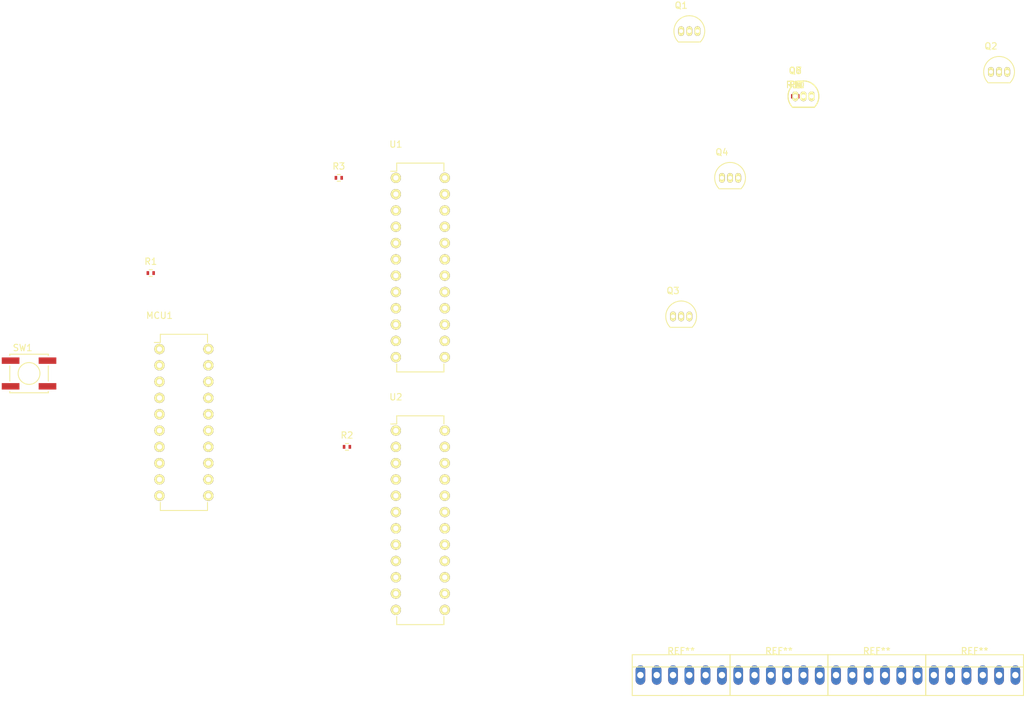
<source format=kicad_pcb>
(kicad_pcb (version 4) (host pcbnew 4.0.1-3.201512221402+6198~38~ubuntu14.04.1-stable)

  (general
    (links 45)
    (no_connects 42)
    (area 0 0 0 0)
    (thickness 1.6)
    (drawings 0)
    (tracks 0)
    (zones 0)
    (modules 27)
    (nets 28)
  )

  (page A4)
  (layers
    (0 F.Cu signal)
    (31 B.Cu signal)
    (32 B.Adhes user)
    (33 F.Adhes user)
    (34 B.Paste user)
    (35 F.Paste user)
    (36 B.SilkS user)
    (37 F.SilkS user)
    (38 B.Mask user)
    (39 F.Mask user)
    (40 Dwgs.User user)
    (41 Cmts.User user)
    (42 Eco1.User user)
    (43 Eco2.User user)
    (44 Edge.Cuts user)
    (45 Margin user)
    (46 B.CrtYd user)
    (47 F.CrtYd user)
    (48 B.Fab user)
    (49 F.Fab user)
  )

  (setup
    (last_trace_width 0.25)
    (trace_clearance 0.2)
    (zone_clearance 0.508)
    (zone_45_only no)
    (trace_min 0.2)
    (segment_width 0.2)
    (edge_width 0.15)
    (via_size 0.6)
    (via_drill 0.4)
    (via_min_size 0.4)
    (via_min_drill 0.3)
    (uvia_size 0.3)
    (uvia_drill 0.1)
    (uvias_allowed no)
    (uvia_min_size 0.2)
    (uvia_min_drill 0.1)
    (pcb_text_width 0.3)
    (pcb_text_size 1.5 1.5)
    (mod_edge_width 0.15)
    (mod_text_size 1 1)
    (mod_text_width 0.15)
    (pad_size 1.524 1.524)
    (pad_drill 0.762)
    (pad_to_mask_clearance 0.2)
    (aux_axis_origin 0 0)
    (visible_elements FFFFFF7F)
    (pcbplotparams
      (layerselection 0x00030_80000001)
      (usegerberextensions false)
      (excludeedgelayer true)
      (linewidth 0.100000)
      (plotframeref false)
      (viasonmask false)
      (mode 1)
      (useauxorigin false)
      (hpglpennumber 1)
      (hpglpenspeed 20)
      (hpglpendiameter 15)
      (hpglpenoverlay 2)
      (psnegative false)
      (psa4output false)
      (plotreference true)
      (plotvalue true)
      (plotinvisibletext false)
      (padsonsilk false)
      (subtractmaskfromsilk false)
      (outputformat 1)
      (mirror false)
      (drillshape 1)
      (scaleselection 1)
      (outputdirectory ""))
  )

  (net 0 "")
  (net 1 +3V3)
  (net 2 /~OE~/P2.3)
  (net 3 /CLK/P2.4)
  (net 4 /LE/P2.5)
  (net 5 "Net-(MCU1-Pad16)")
  (net 6 /DIN2/P2.7)
  (net 7 /DIN1/P2.6)
  (net 8 GND)
  (net 9 "Net-(R2-Pad1)")
  (net 10 "Net-(R3-Pad1)")
  (net 11 +5V)
  (net 12 "Net-(Q1-Pad1)")
  (net 13 "Net-(Q2-Pad1)")
  (net 14 "Net-(Q3-Pad1)")
  (net 15 "Net-(Q4-Pad1)")
  (net 16 "Net-(Q5-Pad1)")
  (net 17 "Net-(Q6-Pad1)")
  (net 18 "Net-(Q7-Pad1)")
  (net 19 "Net-(Q8-Pad1)")
  (net 20 "Net-(R4-Pad2)")
  (net 21 "Net-(R5-Pad2)")
  (net 22 "Net-(R6-Pad2)")
  (net 23 "Net-(R7-Pad2)")
  (net 24 "Net-(R8-Pad2)")
  (net 25 "Net-(R9-Pad2)")
  (net 26 "Net-(R10-Pad2)")
  (net 27 "Net-(R11-Pad2)")

  (net_class Default "This is the default net class."
    (clearance 0.2)
    (trace_width 0.25)
    (via_dia 0.6)
    (via_drill 0.4)
    (uvia_dia 0.3)
    (uvia_drill 0.1)
    (add_net +3V3)
    (add_net +5V)
    (add_net /CLK/P2.4)
    (add_net /DIN1/P2.6)
    (add_net /DIN2/P2.7)
    (add_net /LE/P2.5)
    (add_net /~OE~/P2.3)
    (add_net GND)
    (add_net "Net-(MCU1-Pad16)")
    (add_net "Net-(Q1-Pad1)")
    (add_net "Net-(Q2-Pad1)")
    (add_net "Net-(Q3-Pad1)")
    (add_net "Net-(Q4-Pad1)")
    (add_net "Net-(Q5-Pad1)")
    (add_net "Net-(Q6-Pad1)")
    (add_net "Net-(Q7-Pad1)")
    (add_net "Net-(Q8-Pad1)")
    (add_net "Net-(R10-Pad2)")
    (add_net "Net-(R11-Pad2)")
    (add_net "Net-(R2-Pad1)")
    (add_net "Net-(R3-Pad1)")
    (add_net "Net-(R4-Pad2)")
    (add_net "Net-(R5-Pad2)")
    (add_net "Net-(R6-Pad2)")
    (add_net "Net-(R7-Pad2)")
    (add_net "Net-(R8-Pad2)")
    (add_net "Net-(R9-Pad2)")
  )

  (module Housings_DIP:DIP-20_W7.62mm (layer F.Cu) (tedit 54130A77) (tstamp 56A4150B)
    (at 127 95.25)
    (descr "20-lead dip package, row spacing 7.62 mm (300 mils)")
    (tags "dil dip 2.54 300")
    (path /56A42A90)
    (fp_text reference MCU1 (at 0 -5.22) (layer F.SilkS)
      (effects (font (size 1 1) (thickness 0.15)))
    )
    (fp_text value MSP430G2353 (at 0 -3.72) (layer F.Fab)
      (effects (font (size 1 1) (thickness 0.15)))
    )
    (fp_line (start -1.05 -2.45) (end -1.05 25.35) (layer F.CrtYd) (width 0.05))
    (fp_line (start 8.65 -2.45) (end 8.65 25.35) (layer F.CrtYd) (width 0.05))
    (fp_line (start -1.05 -2.45) (end 8.65 -2.45) (layer F.CrtYd) (width 0.05))
    (fp_line (start -1.05 25.35) (end 8.65 25.35) (layer F.CrtYd) (width 0.05))
    (fp_line (start 0.135 -2.295) (end 0.135 -1.025) (layer F.SilkS) (width 0.15))
    (fp_line (start 7.485 -2.295) (end 7.485 -1.025) (layer F.SilkS) (width 0.15))
    (fp_line (start 7.485 25.155) (end 7.485 23.885) (layer F.SilkS) (width 0.15))
    (fp_line (start 0.135 25.155) (end 0.135 23.885) (layer F.SilkS) (width 0.15))
    (fp_line (start 0.135 -2.295) (end 7.485 -2.295) (layer F.SilkS) (width 0.15))
    (fp_line (start 0.135 25.155) (end 7.485 25.155) (layer F.SilkS) (width 0.15))
    (fp_line (start 0.135 -1.025) (end -0.8 -1.025) (layer F.SilkS) (width 0.15))
    (pad 1 thru_hole oval (at 0 0) (size 1.6 1.6) (drill 0.8) (layers *.Cu *.Mask F.SilkS)
      (net 1 +3V3))
    (pad 2 thru_hole oval (at 0 2.54) (size 1.6 1.6) (drill 0.8) (layers *.Cu *.Mask F.SilkS))
    (pad 3 thru_hole oval (at 0 5.08) (size 1.6 1.6) (drill 0.8) (layers *.Cu *.Mask F.SilkS))
    (pad 4 thru_hole oval (at 0 7.62) (size 1.6 1.6) (drill 0.8) (layers *.Cu *.Mask F.SilkS))
    (pad 5 thru_hole oval (at 0 10.16) (size 1.6 1.6) (drill 0.8) (layers *.Cu *.Mask F.SilkS))
    (pad 6 thru_hole oval (at 0 12.7) (size 1.6 1.6) (drill 0.8) (layers *.Cu *.Mask F.SilkS))
    (pad 7 thru_hole oval (at 0 15.24) (size 1.6 1.6) (drill 0.8) (layers *.Cu *.Mask F.SilkS))
    (pad 8 thru_hole oval (at 0 17.78) (size 1.6 1.6) (drill 0.8) (layers *.Cu *.Mask F.SilkS))
    (pad 9 thru_hole oval (at 0 20.32) (size 1.6 1.6) (drill 0.8) (layers *.Cu *.Mask F.SilkS))
    (pad 10 thru_hole oval (at 0 22.86) (size 1.6 1.6) (drill 0.8) (layers *.Cu *.Mask F.SilkS))
    (pad 11 thru_hole oval (at 7.62 22.86) (size 1.6 1.6) (drill 0.8) (layers *.Cu *.Mask F.SilkS)
      (net 2 /~OE~/P2.3))
    (pad 12 thru_hole oval (at 7.62 20.32) (size 1.6 1.6) (drill 0.8) (layers *.Cu *.Mask F.SilkS)
      (net 3 /CLK/P2.4))
    (pad 13 thru_hole oval (at 7.62 17.78) (size 1.6 1.6) (drill 0.8) (layers *.Cu *.Mask F.SilkS)
      (net 4 /LE/P2.5))
    (pad 14 thru_hole oval (at 7.62 15.24) (size 1.6 1.6) (drill 0.8) (layers *.Cu *.Mask F.SilkS))
    (pad 15 thru_hole oval (at 7.62 12.7) (size 1.6 1.6) (drill 0.8) (layers *.Cu *.Mask F.SilkS))
    (pad 16 thru_hole oval (at 7.62 10.16) (size 1.6 1.6) (drill 0.8) (layers *.Cu *.Mask F.SilkS)
      (net 5 "Net-(MCU1-Pad16)"))
    (pad 17 thru_hole oval (at 7.62 7.62) (size 1.6 1.6) (drill 0.8) (layers *.Cu *.Mask F.SilkS))
    (pad 18 thru_hole oval (at 7.62 5.08) (size 1.6 1.6) (drill 0.8) (layers *.Cu *.Mask F.SilkS)
      (net 6 /DIN2/P2.7))
    (pad 19 thru_hole oval (at 7.62 2.54) (size 1.6 1.6) (drill 0.8) (layers *.Cu *.Mask F.SilkS)
      (net 7 /DIN1/P2.6))
    (pad 20 thru_hole oval (at 7.62 0) (size 1.6 1.6) (drill 0.8) (layers *.Cu *.Mask F.SilkS)
      (net 8 GND))
    (model Housings_DIP.3dshapes/DIP-20_W7.62mm.wrl
      (at (xyz 0 0 0))
      (scale (xyz 1 1 1))
      (rotate (xyz 0 0 0))
    )
  )

  (module Resistors_SMD:R_0402 (layer F.Cu) (tedit 5415CBB8) (tstamp 56A41511)
    (at 125.6411 83.4136)
    (descr "Resistor SMD 0402, reflow soldering, Vishay (see dcrcw.pdf)")
    (tags "resistor 0402")
    (path /56A43EAE)
    (attr smd)
    (fp_text reference R1 (at 0 -1.8) (layer F.SilkS)
      (effects (font (size 1 1) (thickness 0.15)))
    )
    (fp_text value 47K (at 0 1.8) (layer F.Fab)
      (effects (font (size 1 1) (thickness 0.15)))
    )
    (fp_line (start -0.95 -0.65) (end 0.95 -0.65) (layer F.CrtYd) (width 0.05))
    (fp_line (start -0.95 0.65) (end 0.95 0.65) (layer F.CrtYd) (width 0.05))
    (fp_line (start -0.95 -0.65) (end -0.95 0.65) (layer F.CrtYd) (width 0.05))
    (fp_line (start 0.95 -0.65) (end 0.95 0.65) (layer F.CrtYd) (width 0.05))
    (fp_line (start 0.25 -0.525) (end -0.25 -0.525) (layer F.SilkS) (width 0.15))
    (fp_line (start -0.25 0.525) (end 0.25 0.525) (layer F.SilkS) (width 0.15))
    (pad 1 smd rect (at -0.45 0) (size 0.4 0.6) (layers F.Cu F.Paste F.Mask)
      (net 5 "Net-(MCU1-Pad16)"))
    (pad 2 smd rect (at 0.45 0) (size 0.4 0.6) (layers F.Cu F.Paste F.Mask)
      (net 1 +3V3))
    (model Resistors_SMD.3dshapes/R_0402.wrl
      (at (xyz 0 0 0))
      (scale (xyz 1 1 1))
      (rotate (xyz 0 0 0))
    )
  )

  (module Resistors_SMD:R_0402 (layer F.Cu) (tedit 5415CBB8) (tstamp 56A41517)
    (at 156.21 110.49)
    (descr "Resistor SMD 0402, reflow soldering, Vishay (see dcrcw.pdf)")
    (tags "resistor 0402")
    (path /56A42E77)
    (attr smd)
    (fp_text reference R2 (at 0 -1.8) (layer F.SilkS)
      (effects (font (size 1 1) (thickness 0.15)))
    )
    (fp_text value 500 (at 0 1.8) (layer F.Fab)
      (effects (font (size 1 1) (thickness 0.15)))
    )
    (fp_line (start -0.95 -0.65) (end 0.95 -0.65) (layer F.CrtYd) (width 0.05))
    (fp_line (start -0.95 0.65) (end 0.95 0.65) (layer F.CrtYd) (width 0.05))
    (fp_line (start -0.95 -0.65) (end -0.95 0.65) (layer F.CrtYd) (width 0.05))
    (fp_line (start 0.95 -0.65) (end 0.95 0.65) (layer F.CrtYd) (width 0.05))
    (fp_line (start 0.25 -0.525) (end -0.25 -0.525) (layer F.SilkS) (width 0.15))
    (fp_line (start -0.25 0.525) (end 0.25 0.525) (layer F.SilkS) (width 0.15))
    (pad 1 smd rect (at -0.45 0) (size 0.4 0.6) (layers F.Cu F.Paste F.Mask)
      (net 9 "Net-(R2-Pad1)"))
    (pad 2 smd rect (at 0.45 0) (size 0.4 0.6) (layers F.Cu F.Paste F.Mask)
      (net 8 GND))
    (model Resistors_SMD.3dshapes/R_0402.wrl
      (at (xyz 0 0 0))
      (scale (xyz 1 1 1))
      (rotate (xyz 0 0 0))
    )
  )

  (module Resistors_SMD:R_0402 (layer F.Cu) (tedit 5415CBB8) (tstamp 56A4151D)
    (at 154.94 68.58)
    (descr "Resistor SMD 0402, reflow soldering, Vishay (see dcrcw.pdf)")
    (tags "resistor 0402")
    (path /56A43232)
    (attr smd)
    (fp_text reference R3 (at 0 -1.8) (layer F.SilkS)
      (effects (font (size 1 1) (thickness 0.15)))
    )
    (fp_text value 500 (at 0 1.8) (layer F.Fab)
      (effects (font (size 1 1) (thickness 0.15)))
    )
    (fp_line (start -0.95 -0.65) (end 0.95 -0.65) (layer F.CrtYd) (width 0.05))
    (fp_line (start -0.95 0.65) (end 0.95 0.65) (layer F.CrtYd) (width 0.05))
    (fp_line (start -0.95 -0.65) (end -0.95 0.65) (layer F.CrtYd) (width 0.05))
    (fp_line (start 0.95 -0.65) (end 0.95 0.65) (layer F.CrtYd) (width 0.05))
    (fp_line (start 0.25 -0.525) (end -0.25 -0.525) (layer F.SilkS) (width 0.15))
    (fp_line (start -0.25 0.525) (end 0.25 0.525) (layer F.SilkS) (width 0.15))
    (pad 1 smd rect (at -0.45 0) (size 0.4 0.6) (layers F.Cu F.Paste F.Mask)
      (net 10 "Net-(R3-Pad1)"))
    (pad 2 smd rect (at 0.45 0) (size 0.4 0.6) (layers F.Cu F.Paste F.Mask)
      (net 8 GND))
    (model Resistors_SMD.3dshapes/R_0402.wrl
      (at (xyz 0 0 0))
      (scale (xyz 1 1 1))
      (rotate (xyz 0 0 0))
    )
  )

  (module Buttons_Switches_SMD:SW_SPST_EVPBF (layer F.Cu) (tedit 55DAF9A7) (tstamp 56A41525)
    (at 106.68 99.06)
    (descr "Light Touch Switch")
    (path /56A43C74)
    (attr smd)
    (fp_text reference SW1 (at -1 -4) (layer F.SilkS)
      (effects (font (size 1 1) (thickness 0.15)))
    )
    (fp_text value SW_PUSH (at 0 0) (layer F.Fab)
      (effects (font (size 1 1) (thickness 0.15)))
    )
    (fp_line (start -4.5 -3.25) (end 4.5 -3.25) (layer F.CrtYd) (width 0.05))
    (fp_line (start 4.5 -3.25) (end 4.5 3.25) (layer F.CrtYd) (width 0.05))
    (fp_line (start 4.5 3.25) (end -4.5 3.25) (layer F.CrtYd) (width 0.05))
    (fp_line (start -4.5 3.25) (end -4.5 -3.25) (layer F.CrtYd) (width 0.05))
    (fp_line (start 3 -3) (end 3 -2.8) (layer F.SilkS) (width 0.15))
    (fp_line (start 3 3) (end 3 2.8) (layer F.SilkS) (width 0.15))
    (fp_line (start -3 3) (end -3 2.8) (layer F.SilkS) (width 0.15))
    (fp_line (start -3 -3) (end -3 -2.8) (layer F.SilkS) (width 0.15))
    (fp_line (start -3 -1.2) (end -3 1.2) (layer F.SilkS) (width 0.15))
    (fp_line (start 3 -1.2) (end 3 1.2) (layer F.SilkS) (width 0.15))
    (fp_line (start 3 -3) (end -3 -3) (layer F.SilkS) (width 0.15))
    (fp_line (start -3 3) (end 3 3) (layer F.SilkS) (width 0.15))
    (fp_circle (center 0 0) (end 1.7 0) (layer F.SilkS) (width 0.15))
    (pad 1 smd rect (at 2.875 -2) (size 2.75 1) (layers F.Cu F.Paste F.Mask)
      (net 5 "Net-(MCU1-Pad16)"))
    (pad 1 smd rect (at -2.875 -2) (size 2.75 1) (layers F.Cu F.Paste F.Mask)
      (net 5 "Net-(MCU1-Pad16)"))
    (pad 2 smd rect (at -2.875 2) (size 2.75 1) (layers F.Cu F.Paste F.Mask)
      (net 8 GND))
    (pad 2 smd rect (at 2.875 2) (size 2.75 1) (layers F.Cu F.Paste F.Mask)
      (net 8 GND))
  )

  (module Housings_DIP:DIP-24_W7.62mm (layer F.Cu) (tedit 54130A77) (tstamp 56A41541)
    (at 163.83 68.58)
    (descr "24-lead dip package, row spacing 7.62 mm (300 mils)")
    (tags "dil dip 2.54 300")
    (path /56A408C2)
    (fp_text reference U1 (at 0 -5.22) (layer F.SilkS)
      (effects (font (size 1 1) (thickness 0.15)))
    )
    (fp_text value MAX6969 (at 0 -3.72) (layer F.Fab)
      (effects (font (size 1 1) (thickness 0.15)))
    )
    (fp_line (start -1.05 -2.45) (end -1.05 30.4) (layer F.CrtYd) (width 0.05))
    (fp_line (start 8.65 -2.45) (end 8.65 30.4) (layer F.CrtYd) (width 0.05))
    (fp_line (start -1.05 -2.45) (end 8.65 -2.45) (layer F.CrtYd) (width 0.05))
    (fp_line (start -1.05 30.4) (end 8.65 30.4) (layer F.CrtYd) (width 0.05))
    (fp_line (start 0.135 -2.295) (end 0.135 -1.025) (layer F.SilkS) (width 0.15))
    (fp_line (start 7.485 -2.295) (end 7.485 -1.025) (layer F.SilkS) (width 0.15))
    (fp_line (start 7.485 30.235) (end 7.485 28.965) (layer F.SilkS) (width 0.15))
    (fp_line (start 0.135 30.235) (end 0.135 28.965) (layer F.SilkS) (width 0.15))
    (fp_line (start 0.135 -2.295) (end 7.485 -2.295) (layer F.SilkS) (width 0.15))
    (fp_line (start 0.135 30.235) (end 7.485 30.235) (layer F.SilkS) (width 0.15))
    (fp_line (start 0.135 -1.025) (end -0.8 -1.025) (layer F.SilkS) (width 0.15))
    (pad 1 thru_hole oval (at 0 0) (size 1.6 1.6) (drill 0.8) (layers *.Cu *.Mask F.SilkS)
      (net 8 GND))
    (pad 2 thru_hole oval (at 0 2.54) (size 1.6 1.6) (drill 0.8) (layers *.Cu *.Mask F.SilkS)
      (net 6 /DIN2/P2.7))
    (pad 3 thru_hole oval (at 0 5.08) (size 1.6 1.6) (drill 0.8) (layers *.Cu *.Mask F.SilkS)
      (net 3 /CLK/P2.4))
    (pad 4 thru_hole oval (at 0 7.62) (size 1.6 1.6) (drill 0.8) (layers *.Cu *.Mask F.SilkS)
      (net 4 /LE/P2.5))
    (pad 5 thru_hole oval (at 0 10.16) (size 1.6 1.6) (drill 0.8) (layers *.Cu *.Mask F.SilkS))
    (pad 6 thru_hole oval (at 0 12.7) (size 1.6 1.6) (drill 0.8) (layers *.Cu *.Mask F.SilkS))
    (pad 7 thru_hole oval (at 0 15.24) (size 1.6 1.6) (drill 0.8) (layers *.Cu *.Mask F.SilkS))
    (pad 8 thru_hole oval (at 0 17.78) (size 1.6 1.6) (drill 0.8) (layers *.Cu *.Mask F.SilkS))
    (pad 9 thru_hole oval (at 0 20.32) (size 1.6 1.6) (drill 0.8) (layers *.Cu *.Mask F.SilkS))
    (pad 10 thru_hole oval (at 0 22.86) (size 1.6 1.6) (drill 0.8) (layers *.Cu *.Mask F.SilkS))
    (pad 11 thru_hole oval (at 0 25.4) (size 1.6 1.6) (drill 0.8) (layers *.Cu *.Mask F.SilkS))
    (pad 12 thru_hole oval (at 0 27.94) (size 1.6 1.6) (drill 0.8) (layers *.Cu *.Mask F.SilkS))
    (pad 13 thru_hole oval (at 7.62 27.94) (size 1.6 1.6) (drill 0.8) (layers *.Cu *.Mask F.SilkS))
    (pad 14 thru_hole oval (at 7.62 25.4) (size 1.6 1.6) (drill 0.8) (layers *.Cu *.Mask F.SilkS))
    (pad 15 thru_hole oval (at 7.62 22.86) (size 1.6 1.6) (drill 0.8) (layers *.Cu *.Mask F.SilkS))
    (pad 16 thru_hole oval (at 7.62 20.32) (size 1.6 1.6) (drill 0.8) (layers *.Cu *.Mask F.SilkS))
    (pad 17 thru_hole oval (at 7.62 17.78) (size 1.6 1.6) (drill 0.8) (layers *.Cu *.Mask F.SilkS))
    (pad 18 thru_hole oval (at 7.62 15.24) (size 1.6 1.6) (drill 0.8) (layers *.Cu *.Mask F.SilkS))
    (pad 19 thru_hole oval (at 7.62 12.7) (size 1.6 1.6) (drill 0.8) (layers *.Cu *.Mask F.SilkS))
    (pad 20 thru_hole oval (at 7.62 10.16) (size 1.6 1.6) (drill 0.8) (layers *.Cu *.Mask F.SilkS))
    (pad 21 thru_hole oval (at 7.62 7.62) (size 1.6 1.6) (drill 0.8) (layers *.Cu *.Mask F.SilkS)
      (net 2 /~OE~/P2.3))
    (pad 22 thru_hole oval (at 7.62 5.08) (size 1.6 1.6) (drill 0.8) (layers *.Cu *.Mask F.SilkS))
    (pad 23 thru_hole oval (at 7.62 2.54) (size 1.6 1.6) (drill 0.8) (layers *.Cu *.Mask F.SilkS)
      (net 9 "Net-(R2-Pad1)"))
    (pad 24 thru_hole oval (at 7.62 0) (size 1.6 1.6) (drill 0.8) (layers *.Cu *.Mask F.SilkS)
      (net 11 +5V))
    (model Housings_DIP.3dshapes/DIP-24_W7.62mm.wrl
      (at (xyz 0 0 0))
      (scale (xyz 1 1 1))
      (rotate (xyz 0 0 0))
    )
  )

  (module Housings_DIP:DIP-24_W7.62mm (layer F.Cu) (tedit 54130A77) (tstamp 56A4155D)
    (at 163.83 107.95)
    (descr "24-lead dip package, row spacing 7.62 mm (300 mils)")
    (tags "dil dip 2.54 300")
    (path /56A43220)
    (fp_text reference U2 (at 0 -5.22) (layer F.SilkS)
      (effects (font (size 1 1) (thickness 0.15)))
    )
    (fp_text value MAX6969 (at 0 -3.72) (layer F.Fab)
      (effects (font (size 1 1) (thickness 0.15)))
    )
    (fp_line (start -1.05 -2.45) (end -1.05 30.4) (layer F.CrtYd) (width 0.05))
    (fp_line (start 8.65 -2.45) (end 8.65 30.4) (layer F.CrtYd) (width 0.05))
    (fp_line (start -1.05 -2.45) (end 8.65 -2.45) (layer F.CrtYd) (width 0.05))
    (fp_line (start -1.05 30.4) (end 8.65 30.4) (layer F.CrtYd) (width 0.05))
    (fp_line (start 0.135 -2.295) (end 0.135 -1.025) (layer F.SilkS) (width 0.15))
    (fp_line (start 7.485 -2.295) (end 7.485 -1.025) (layer F.SilkS) (width 0.15))
    (fp_line (start 7.485 30.235) (end 7.485 28.965) (layer F.SilkS) (width 0.15))
    (fp_line (start 0.135 30.235) (end 0.135 28.965) (layer F.SilkS) (width 0.15))
    (fp_line (start 0.135 -2.295) (end 7.485 -2.295) (layer F.SilkS) (width 0.15))
    (fp_line (start 0.135 30.235) (end 7.485 30.235) (layer F.SilkS) (width 0.15))
    (fp_line (start 0.135 -1.025) (end -0.8 -1.025) (layer F.SilkS) (width 0.15))
    (pad 1 thru_hole oval (at 0 0) (size 1.6 1.6) (drill 0.8) (layers *.Cu *.Mask F.SilkS)
      (net 8 GND))
    (pad 2 thru_hole oval (at 0 2.54) (size 1.6 1.6) (drill 0.8) (layers *.Cu *.Mask F.SilkS)
      (net 7 /DIN1/P2.6))
    (pad 3 thru_hole oval (at 0 5.08) (size 1.6 1.6) (drill 0.8) (layers *.Cu *.Mask F.SilkS)
      (net 3 /CLK/P2.4))
    (pad 4 thru_hole oval (at 0 7.62) (size 1.6 1.6) (drill 0.8) (layers *.Cu *.Mask F.SilkS)
      (net 4 /LE/P2.5))
    (pad 5 thru_hole oval (at 0 10.16) (size 1.6 1.6) (drill 0.8) (layers *.Cu *.Mask F.SilkS))
    (pad 6 thru_hole oval (at 0 12.7) (size 1.6 1.6) (drill 0.8) (layers *.Cu *.Mask F.SilkS))
    (pad 7 thru_hole oval (at 0 15.24) (size 1.6 1.6) (drill 0.8) (layers *.Cu *.Mask F.SilkS))
    (pad 8 thru_hole oval (at 0 17.78) (size 1.6 1.6) (drill 0.8) (layers *.Cu *.Mask F.SilkS))
    (pad 9 thru_hole oval (at 0 20.32) (size 1.6 1.6) (drill 0.8) (layers *.Cu *.Mask F.SilkS))
    (pad 10 thru_hole oval (at 0 22.86) (size 1.6 1.6) (drill 0.8) (layers *.Cu *.Mask F.SilkS))
    (pad 11 thru_hole oval (at 0 25.4) (size 1.6 1.6) (drill 0.8) (layers *.Cu *.Mask F.SilkS))
    (pad 12 thru_hole oval (at 0 27.94) (size 1.6 1.6) (drill 0.8) (layers *.Cu *.Mask F.SilkS))
    (pad 13 thru_hole oval (at 7.62 27.94) (size 1.6 1.6) (drill 0.8) (layers *.Cu *.Mask F.SilkS)
      (net 20 "Net-(R4-Pad2)"))
    (pad 14 thru_hole oval (at 7.62 25.4) (size 1.6 1.6) (drill 0.8) (layers *.Cu *.Mask F.SilkS)
      (net 21 "Net-(R5-Pad2)"))
    (pad 15 thru_hole oval (at 7.62 22.86) (size 1.6 1.6) (drill 0.8) (layers *.Cu *.Mask F.SilkS)
      (net 22 "Net-(R6-Pad2)"))
    (pad 16 thru_hole oval (at 7.62 20.32) (size 1.6 1.6) (drill 0.8) (layers *.Cu *.Mask F.SilkS)
      (net 23 "Net-(R7-Pad2)"))
    (pad 17 thru_hole oval (at 7.62 17.78) (size 1.6 1.6) (drill 0.8) (layers *.Cu *.Mask F.SilkS)
      (net 24 "Net-(R8-Pad2)"))
    (pad 18 thru_hole oval (at 7.62 15.24) (size 1.6 1.6) (drill 0.8) (layers *.Cu *.Mask F.SilkS)
      (net 25 "Net-(R9-Pad2)"))
    (pad 19 thru_hole oval (at 7.62 12.7) (size 1.6 1.6) (drill 0.8) (layers *.Cu *.Mask F.SilkS)
      (net 26 "Net-(R10-Pad2)"))
    (pad 20 thru_hole oval (at 7.62 10.16) (size 1.6 1.6) (drill 0.8) (layers *.Cu *.Mask F.SilkS)
      (net 27 "Net-(R11-Pad2)"))
    (pad 21 thru_hole oval (at 7.62 7.62) (size 1.6 1.6) (drill 0.8) (layers *.Cu *.Mask F.SilkS)
      (net 2 /~OE~/P2.3))
    (pad 22 thru_hole oval (at 7.62 5.08) (size 1.6 1.6) (drill 0.8) (layers *.Cu *.Mask F.SilkS))
    (pad 23 thru_hole oval (at 7.62 2.54) (size 1.6 1.6) (drill 0.8) (layers *.Cu *.Mask F.SilkS)
      (net 10 "Net-(R3-Pad1)"))
    (pad 24 thru_hole oval (at 7.62 0) (size 1.6 1.6) (drill 0.8) (layers *.Cu *.Mask F.SilkS)
      (net 11 +5V))
    (model Housings_DIP.3dshapes/DIP-24_W7.62mm.wrl
      (at (xyz 0 0 0))
      (scale (xyz 1 1 1))
      (rotate (xyz 0 0 0))
    )
  )

  (module Resistors_SMD:R_0402 (layer F.Cu) (tedit 5415CBB8) (tstamp 56A50428)
    (at 226.06 55.88)
    (descr "Resistor SMD 0402, reflow soldering, Vishay (see dcrcw.pdf)")
    (tags "resistor 0402")
    (path /56A5017A)
    (attr smd)
    (fp_text reference R4 (at 0 -1.8) (layer F.SilkS)
      (effects (font (size 1 1) (thickness 0.15)))
    )
    (fp_text value 10K (at 0 1.8) (layer F.Fab)
      (effects (font (size 1 1) (thickness 0.15)))
    )
    (fp_line (start -0.95 -0.65) (end 0.95 -0.65) (layer F.CrtYd) (width 0.05))
    (fp_line (start -0.95 0.65) (end 0.95 0.65) (layer F.CrtYd) (width 0.05))
    (fp_line (start -0.95 -0.65) (end -0.95 0.65) (layer F.CrtYd) (width 0.05))
    (fp_line (start 0.95 -0.65) (end 0.95 0.65) (layer F.CrtYd) (width 0.05))
    (fp_line (start 0.25 -0.525) (end -0.25 -0.525) (layer F.SilkS) (width 0.15))
    (fp_line (start -0.25 0.525) (end 0.25 0.525) (layer F.SilkS) (width 0.15))
    (pad 1 smd rect (at -0.45 0) (size 0.4 0.6) (layers F.Cu F.Paste F.Mask)
      (net 12 "Net-(Q1-Pad1)"))
    (pad 2 smd rect (at 0.45 0) (size 0.4 0.6) (layers F.Cu F.Paste F.Mask)
      (net 20 "Net-(R4-Pad2)"))
    (model Resistors_SMD.3dshapes/R_0402.wrl
      (at (xyz 0 0 0))
      (scale (xyz 1 1 1))
      (rotate (xyz 0 0 0))
    )
  )

  (module Resistors_SMD:R_0402 (layer F.Cu) (tedit 5415CBB8) (tstamp 56A5042E)
    (at 226.06 55.88)
    (descr "Resistor SMD 0402, reflow soldering, Vishay (see dcrcw.pdf)")
    (tags "resistor 0402")
    (path /56A516F4)
    (attr smd)
    (fp_text reference R5 (at 0 -1.8) (layer F.SilkS)
      (effects (font (size 1 1) (thickness 0.15)))
    )
    (fp_text value 10K (at 0 1.8) (layer F.Fab)
      (effects (font (size 1 1) (thickness 0.15)))
    )
    (fp_line (start -0.95 -0.65) (end 0.95 -0.65) (layer F.CrtYd) (width 0.05))
    (fp_line (start -0.95 0.65) (end 0.95 0.65) (layer F.CrtYd) (width 0.05))
    (fp_line (start -0.95 -0.65) (end -0.95 0.65) (layer F.CrtYd) (width 0.05))
    (fp_line (start 0.95 -0.65) (end 0.95 0.65) (layer F.CrtYd) (width 0.05))
    (fp_line (start 0.25 -0.525) (end -0.25 -0.525) (layer F.SilkS) (width 0.15))
    (fp_line (start -0.25 0.525) (end 0.25 0.525) (layer F.SilkS) (width 0.15))
    (pad 1 smd rect (at -0.45 0) (size 0.4 0.6) (layers F.Cu F.Paste F.Mask)
      (net 13 "Net-(Q2-Pad1)"))
    (pad 2 smd rect (at 0.45 0) (size 0.4 0.6) (layers F.Cu F.Paste F.Mask)
      (net 21 "Net-(R5-Pad2)"))
    (model Resistors_SMD.3dshapes/R_0402.wrl
      (at (xyz 0 0 0))
      (scale (xyz 1 1 1))
      (rotate (xyz 0 0 0))
    )
  )

  (module Resistors_SMD:R_0402 (layer F.Cu) (tedit 5415CBB8) (tstamp 56A50434)
    (at 226.06 55.88)
    (descr "Resistor SMD 0402, reflow soldering, Vishay (see dcrcw.pdf)")
    (tags "resistor 0402")
    (path /56A514FD)
    (attr smd)
    (fp_text reference R6 (at 0 -1.8) (layer F.SilkS)
      (effects (font (size 1 1) (thickness 0.15)))
    )
    (fp_text value 10K (at 0 1.8) (layer F.Fab)
      (effects (font (size 1 1) (thickness 0.15)))
    )
    (fp_line (start -0.95 -0.65) (end 0.95 -0.65) (layer F.CrtYd) (width 0.05))
    (fp_line (start -0.95 0.65) (end 0.95 0.65) (layer F.CrtYd) (width 0.05))
    (fp_line (start -0.95 -0.65) (end -0.95 0.65) (layer F.CrtYd) (width 0.05))
    (fp_line (start 0.95 -0.65) (end 0.95 0.65) (layer F.CrtYd) (width 0.05))
    (fp_line (start 0.25 -0.525) (end -0.25 -0.525) (layer F.SilkS) (width 0.15))
    (fp_line (start -0.25 0.525) (end 0.25 0.525) (layer F.SilkS) (width 0.15))
    (pad 1 smd rect (at -0.45 0) (size 0.4 0.6) (layers F.Cu F.Paste F.Mask)
      (net 14 "Net-(Q3-Pad1)"))
    (pad 2 smd rect (at 0.45 0) (size 0.4 0.6) (layers F.Cu F.Paste F.Mask)
      (net 22 "Net-(R6-Pad2)"))
    (model Resistors_SMD.3dshapes/R_0402.wrl
      (at (xyz 0 0 0))
      (scale (xyz 1 1 1))
      (rotate (xyz 0 0 0))
    )
  )

  (module Resistors_SMD:R_0402 (layer F.Cu) (tedit 5415CBB8) (tstamp 56A5043A)
    (at 226.06 55.88)
    (descr "Resistor SMD 0402, reflow soldering, Vishay (see dcrcw.pdf)")
    (tags "resistor 0402")
    (path /56A51707)
    (attr smd)
    (fp_text reference R7 (at 0 -1.8) (layer F.SilkS)
      (effects (font (size 1 1) (thickness 0.15)))
    )
    (fp_text value 10K (at 0 1.8) (layer F.Fab)
      (effects (font (size 1 1) (thickness 0.15)))
    )
    (fp_line (start -0.95 -0.65) (end 0.95 -0.65) (layer F.CrtYd) (width 0.05))
    (fp_line (start -0.95 0.65) (end 0.95 0.65) (layer F.CrtYd) (width 0.05))
    (fp_line (start -0.95 -0.65) (end -0.95 0.65) (layer F.CrtYd) (width 0.05))
    (fp_line (start 0.95 -0.65) (end 0.95 0.65) (layer F.CrtYd) (width 0.05))
    (fp_line (start 0.25 -0.525) (end -0.25 -0.525) (layer F.SilkS) (width 0.15))
    (fp_line (start -0.25 0.525) (end 0.25 0.525) (layer F.SilkS) (width 0.15))
    (pad 1 smd rect (at -0.45 0) (size 0.4 0.6) (layers F.Cu F.Paste F.Mask)
      (net 15 "Net-(Q4-Pad1)"))
    (pad 2 smd rect (at 0.45 0) (size 0.4 0.6) (layers F.Cu F.Paste F.Mask)
      (net 23 "Net-(R7-Pad2)"))
    (model Resistors_SMD.3dshapes/R_0402.wrl
      (at (xyz 0 0 0))
      (scale (xyz 1 1 1))
      (rotate (xyz 0 0 0))
    )
  )

  (module Resistors_SMD:R_0402 (layer F.Cu) (tedit 5415CBB8) (tstamp 56A50440)
    (at 226.06 55.88)
    (descr "Resistor SMD 0402, reflow soldering, Vishay (see dcrcw.pdf)")
    (tags "resistor 0402")
    (path /56A51E72)
    (attr smd)
    (fp_text reference R8 (at 0 -1.8) (layer F.SilkS)
      (effects (font (size 1 1) (thickness 0.15)))
    )
    (fp_text value 10K (at 0 1.8) (layer F.Fab)
      (effects (font (size 1 1) (thickness 0.15)))
    )
    (fp_line (start -0.95 -0.65) (end 0.95 -0.65) (layer F.CrtYd) (width 0.05))
    (fp_line (start -0.95 0.65) (end 0.95 0.65) (layer F.CrtYd) (width 0.05))
    (fp_line (start -0.95 -0.65) (end -0.95 0.65) (layer F.CrtYd) (width 0.05))
    (fp_line (start 0.95 -0.65) (end 0.95 0.65) (layer F.CrtYd) (width 0.05))
    (fp_line (start 0.25 -0.525) (end -0.25 -0.525) (layer F.SilkS) (width 0.15))
    (fp_line (start -0.25 0.525) (end 0.25 0.525) (layer F.SilkS) (width 0.15))
    (pad 1 smd rect (at -0.45 0) (size 0.4 0.6) (layers F.Cu F.Paste F.Mask)
      (net 16 "Net-(Q5-Pad1)"))
    (pad 2 smd rect (at 0.45 0) (size 0.4 0.6) (layers F.Cu F.Paste F.Mask)
      (net 24 "Net-(R8-Pad2)"))
    (model Resistors_SMD.3dshapes/R_0402.wrl
      (at (xyz 0 0 0))
      (scale (xyz 1 1 1))
      (rotate (xyz 0 0 0))
    )
  )

  (module Resistors_SMD:R_0402 (layer F.Cu) (tedit 5415CBB8) (tstamp 56A50446)
    (at 226.06 55.88)
    (descr "Resistor SMD 0402, reflow soldering, Vishay (see dcrcw.pdf)")
    (tags "resistor 0402")
    (path /56A51E98)
    (attr smd)
    (fp_text reference R9 (at 0 -1.8) (layer F.SilkS)
      (effects (font (size 1 1) (thickness 0.15)))
    )
    (fp_text value 10K (at 0 1.8) (layer F.Fab)
      (effects (font (size 1 1) (thickness 0.15)))
    )
    (fp_line (start -0.95 -0.65) (end 0.95 -0.65) (layer F.CrtYd) (width 0.05))
    (fp_line (start -0.95 0.65) (end 0.95 0.65) (layer F.CrtYd) (width 0.05))
    (fp_line (start -0.95 -0.65) (end -0.95 0.65) (layer F.CrtYd) (width 0.05))
    (fp_line (start 0.95 -0.65) (end 0.95 0.65) (layer F.CrtYd) (width 0.05))
    (fp_line (start 0.25 -0.525) (end -0.25 -0.525) (layer F.SilkS) (width 0.15))
    (fp_line (start -0.25 0.525) (end 0.25 0.525) (layer F.SilkS) (width 0.15))
    (pad 1 smd rect (at -0.45 0) (size 0.4 0.6) (layers F.Cu F.Paste F.Mask)
      (net 17 "Net-(Q6-Pad1)"))
    (pad 2 smd rect (at 0.45 0) (size 0.4 0.6) (layers F.Cu F.Paste F.Mask)
      (net 25 "Net-(R9-Pad2)"))
    (model Resistors_SMD.3dshapes/R_0402.wrl
      (at (xyz 0 0 0))
      (scale (xyz 1 1 1))
      (rotate (xyz 0 0 0))
    )
  )

  (module Resistors_SMD:R_0402 (layer F.Cu) (tedit 5415CBB8) (tstamp 56A5044C)
    (at 226.06 55.88)
    (descr "Resistor SMD 0402, reflow soldering, Vishay (see dcrcw.pdf)")
    (tags "resistor 0402")
    (path /56A51E85)
    (attr smd)
    (fp_text reference R10 (at 0 -1.8) (layer F.SilkS)
      (effects (font (size 1 1) (thickness 0.15)))
    )
    (fp_text value 10K (at 0 1.8) (layer F.Fab)
      (effects (font (size 1 1) (thickness 0.15)))
    )
    (fp_line (start -0.95 -0.65) (end 0.95 -0.65) (layer F.CrtYd) (width 0.05))
    (fp_line (start -0.95 0.65) (end 0.95 0.65) (layer F.CrtYd) (width 0.05))
    (fp_line (start -0.95 -0.65) (end -0.95 0.65) (layer F.CrtYd) (width 0.05))
    (fp_line (start 0.95 -0.65) (end 0.95 0.65) (layer F.CrtYd) (width 0.05))
    (fp_line (start 0.25 -0.525) (end -0.25 -0.525) (layer F.SilkS) (width 0.15))
    (fp_line (start -0.25 0.525) (end 0.25 0.525) (layer F.SilkS) (width 0.15))
    (pad 1 smd rect (at -0.45 0) (size 0.4 0.6) (layers F.Cu F.Paste F.Mask)
      (net 18 "Net-(Q7-Pad1)"))
    (pad 2 smd rect (at 0.45 0) (size 0.4 0.6) (layers F.Cu F.Paste F.Mask)
      (net 26 "Net-(R10-Pad2)"))
    (model Resistors_SMD.3dshapes/R_0402.wrl
      (at (xyz 0 0 0))
      (scale (xyz 1 1 1))
      (rotate (xyz 0 0 0))
    )
  )

  (module Resistors_SMD:R_0402 (layer F.Cu) (tedit 5415CBB8) (tstamp 56A50452)
    (at 226.06 55.88)
    (descr "Resistor SMD 0402, reflow soldering, Vishay (see dcrcw.pdf)")
    (tags "resistor 0402")
    (path /56A51EAB)
    (attr smd)
    (fp_text reference R11 (at 0 -1.8) (layer F.SilkS)
      (effects (font (size 1 1) (thickness 0.15)))
    )
    (fp_text value 10K (at 0 1.8) (layer F.Fab)
      (effects (font (size 1 1) (thickness 0.15)))
    )
    (fp_line (start -0.95 -0.65) (end 0.95 -0.65) (layer F.CrtYd) (width 0.05))
    (fp_line (start -0.95 0.65) (end 0.95 0.65) (layer F.CrtYd) (width 0.05))
    (fp_line (start -0.95 -0.65) (end -0.95 0.65) (layer F.CrtYd) (width 0.05))
    (fp_line (start 0.95 -0.65) (end 0.95 0.65) (layer F.CrtYd) (width 0.05))
    (fp_line (start 0.25 -0.525) (end -0.25 -0.525) (layer F.SilkS) (width 0.15))
    (fp_line (start -0.25 0.525) (end 0.25 0.525) (layer F.SilkS) (width 0.15))
    (pad 1 smd rect (at -0.45 0) (size 0.4 0.6) (layers F.Cu F.Paste F.Mask)
      (net 19 "Net-(Q8-Pad1)"))
    (pad 2 smd rect (at 0.45 0) (size 0.4 0.6) (layers F.Cu F.Paste F.Mask)
      (net 27 "Net-(R11-Pad2)"))
    (model Resistors_SMD.3dshapes/R_0402.wrl
      (at (xyz 0 0 0))
      (scale (xyz 1 1 1))
      (rotate (xyz 0 0 0))
    )
  )

  (module TO_SOT_Packages_THT:TO-92_Inline_Narrow_Oval (layer F.Cu) (tedit 54F24281) (tstamp 56A508F0)
    (at 208.28 45.72)
    (descr "TO-92 leads in-line, narrow, oval pads, drill 0.6mm (see NXP sot054_po.pdf)")
    (tags "to-92 sc-43 sc-43a sot54 PA33 transistor")
    (path /56A4F7A6)
    (fp_text reference Q1 (at 0 -4) (layer F.SilkS)
      (effects (font (size 1 1) (thickness 0.15)))
    )
    (fp_text value MMBT3906 (at 0 3) (layer F.Fab)
      (effects (font (size 1 1) (thickness 0.15)))
    )
    (fp_line (start -1.4 1.95) (end -1.4 -2.65) (layer F.CrtYd) (width 0.05))
    (fp_line (start -1.4 1.95) (end 3.95 1.95) (layer F.CrtYd) (width 0.05))
    (fp_line (start -0.43 1.7) (end 2.97 1.7) (layer F.SilkS) (width 0.15))
    (fp_arc (start 1.27 0) (end 1.27 -2.4) (angle -135) (layer F.SilkS) (width 0.15))
    (fp_arc (start 1.27 0) (end 1.27 -2.4) (angle 135) (layer F.SilkS) (width 0.15))
    (fp_line (start -1.4 -2.65) (end 3.95 -2.65) (layer F.CrtYd) (width 0.05))
    (fp_line (start 3.95 1.95) (end 3.95 -2.65) (layer F.CrtYd) (width 0.05))
    (pad 2 thru_hole oval (at 1.27 0 180) (size 0.89916 1.50114) (drill 0.6) (layers *.Cu *.Mask F.SilkS)
      (net 11 +5V))
    (pad 3 thru_hole oval (at 2.54 0 180) (size 0.89916 1.50114) (drill 0.6) (layers *.Cu *.Mask F.SilkS))
    (pad 1 thru_hole oval (at 0 0 180) (size 0.89916 1.50114) (drill 0.6) (layers *.Cu *.Mask F.SilkS)
      (net 12 "Net-(Q1-Pad1)"))
    (model TO_SOT_Packages_THT.3dshapes/TO-92_Inline_Narrow_Oval.wrl
      (at (xyz 0.05 0 0))
      (scale (xyz 1 1 1))
      (rotate (xyz 0 0 -90))
    )
  )

  (module TO_SOT_Packages_THT:TO-92_Inline_Narrow_Oval (layer F.Cu) (tedit 54F24281) (tstamp 56A508F6)
    (at 256.54 52.07)
    (descr "TO-92 leads in-line, narrow, oval pads, drill 0.6mm (see NXP sot054_po.pdf)")
    (tags "to-92 sc-43 sc-43a sot54 PA33 transistor")
    (path /56A516EE)
    (fp_text reference Q2 (at 0 -4) (layer F.SilkS)
      (effects (font (size 1 1) (thickness 0.15)))
    )
    (fp_text value MMBT3906 (at 0 3) (layer F.Fab)
      (effects (font (size 1 1) (thickness 0.15)))
    )
    (fp_line (start -1.4 1.95) (end -1.4 -2.65) (layer F.CrtYd) (width 0.05))
    (fp_line (start -1.4 1.95) (end 3.95 1.95) (layer F.CrtYd) (width 0.05))
    (fp_line (start -0.43 1.7) (end 2.97 1.7) (layer F.SilkS) (width 0.15))
    (fp_arc (start 1.27 0) (end 1.27 -2.4) (angle -135) (layer F.SilkS) (width 0.15))
    (fp_arc (start 1.27 0) (end 1.27 -2.4) (angle 135) (layer F.SilkS) (width 0.15))
    (fp_line (start -1.4 -2.65) (end 3.95 -2.65) (layer F.CrtYd) (width 0.05))
    (fp_line (start 3.95 1.95) (end 3.95 -2.65) (layer F.CrtYd) (width 0.05))
    (pad 2 thru_hole oval (at 1.27 0 180) (size 0.89916 1.50114) (drill 0.6) (layers *.Cu *.Mask F.SilkS)
      (net 11 +5V))
    (pad 3 thru_hole oval (at 2.54 0 180) (size 0.89916 1.50114) (drill 0.6) (layers *.Cu *.Mask F.SilkS))
    (pad 1 thru_hole oval (at 0 0 180) (size 0.89916 1.50114) (drill 0.6) (layers *.Cu *.Mask F.SilkS)
      (net 13 "Net-(Q2-Pad1)"))
    (model TO_SOT_Packages_THT.3dshapes/TO-92_Inline_Narrow_Oval.wrl
      (at (xyz 0.05 0 0))
      (scale (xyz 1 1 1))
      (rotate (xyz 0 0 -90))
    )
  )

  (module TO_SOT_Packages_THT:TO-92_Inline_Narrow_Oval (layer F.Cu) (tedit 54F24281) (tstamp 56A508FC)
    (at 207.01 90.17)
    (descr "TO-92 leads in-line, narrow, oval pads, drill 0.6mm (see NXP sot054_po.pdf)")
    (tags "to-92 sc-43 sc-43a sot54 PA33 transistor")
    (path /56A514F7)
    (fp_text reference Q3 (at 0 -4) (layer F.SilkS)
      (effects (font (size 1 1) (thickness 0.15)))
    )
    (fp_text value MMBT3906 (at 0 3) (layer F.Fab)
      (effects (font (size 1 1) (thickness 0.15)))
    )
    (fp_line (start -1.4 1.95) (end -1.4 -2.65) (layer F.CrtYd) (width 0.05))
    (fp_line (start -1.4 1.95) (end 3.95 1.95) (layer F.CrtYd) (width 0.05))
    (fp_line (start -0.43 1.7) (end 2.97 1.7) (layer F.SilkS) (width 0.15))
    (fp_arc (start 1.27 0) (end 1.27 -2.4) (angle -135) (layer F.SilkS) (width 0.15))
    (fp_arc (start 1.27 0) (end 1.27 -2.4) (angle 135) (layer F.SilkS) (width 0.15))
    (fp_line (start -1.4 -2.65) (end 3.95 -2.65) (layer F.CrtYd) (width 0.05))
    (fp_line (start 3.95 1.95) (end 3.95 -2.65) (layer F.CrtYd) (width 0.05))
    (pad 2 thru_hole oval (at 1.27 0 180) (size 0.89916 1.50114) (drill 0.6) (layers *.Cu *.Mask F.SilkS)
      (net 11 +5V))
    (pad 3 thru_hole oval (at 2.54 0 180) (size 0.89916 1.50114) (drill 0.6) (layers *.Cu *.Mask F.SilkS))
    (pad 1 thru_hole oval (at 0 0 180) (size 0.89916 1.50114) (drill 0.6) (layers *.Cu *.Mask F.SilkS)
      (net 14 "Net-(Q3-Pad1)"))
    (model TO_SOT_Packages_THT.3dshapes/TO-92_Inline_Narrow_Oval.wrl
      (at (xyz 0.05 0 0))
      (scale (xyz 1 1 1))
      (rotate (xyz 0 0 -90))
    )
  )

  (module TO_SOT_Packages_THT:TO-92_Inline_Narrow_Oval (layer F.Cu) (tedit 54F24281) (tstamp 56A50902)
    (at 214.63 68.58)
    (descr "TO-92 leads in-line, narrow, oval pads, drill 0.6mm (see NXP sot054_po.pdf)")
    (tags "to-92 sc-43 sc-43a sot54 PA33 transistor")
    (path /56A51701)
    (fp_text reference Q4 (at 0 -4) (layer F.SilkS)
      (effects (font (size 1 1) (thickness 0.15)))
    )
    (fp_text value MMBT3906 (at 0 3) (layer F.Fab)
      (effects (font (size 1 1) (thickness 0.15)))
    )
    (fp_line (start -1.4 1.95) (end -1.4 -2.65) (layer F.CrtYd) (width 0.05))
    (fp_line (start -1.4 1.95) (end 3.95 1.95) (layer F.CrtYd) (width 0.05))
    (fp_line (start -0.43 1.7) (end 2.97 1.7) (layer F.SilkS) (width 0.15))
    (fp_arc (start 1.27 0) (end 1.27 -2.4) (angle -135) (layer F.SilkS) (width 0.15))
    (fp_arc (start 1.27 0) (end 1.27 -2.4) (angle 135) (layer F.SilkS) (width 0.15))
    (fp_line (start -1.4 -2.65) (end 3.95 -2.65) (layer F.CrtYd) (width 0.05))
    (fp_line (start 3.95 1.95) (end 3.95 -2.65) (layer F.CrtYd) (width 0.05))
    (pad 2 thru_hole oval (at 1.27 0 180) (size 0.89916 1.50114) (drill 0.6) (layers *.Cu *.Mask F.SilkS)
      (net 11 +5V))
    (pad 3 thru_hole oval (at 2.54 0 180) (size 0.89916 1.50114) (drill 0.6) (layers *.Cu *.Mask F.SilkS))
    (pad 1 thru_hole oval (at 0 0 180) (size 0.89916 1.50114) (drill 0.6) (layers *.Cu *.Mask F.SilkS)
      (net 15 "Net-(Q4-Pad1)"))
    (model TO_SOT_Packages_THT.3dshapes/TO-92_Inline_Narrow_Oval.wrl
      (at (xyz 0.05 0 0))
      (scale (xyz 1 1 1))
      (rotate (xyz 0 0 -90))
    )
  )

  (module TO_SOT_Packages_THT:TO-92_Inline_Narrow_Oval (layer F.Cu) (tedit 54F24281) (tstamp 56A50908)
    (at 226.06 55.88)
    (descr "TO-92 leads in-line, narrow, oval pads, drill 0.6mm (see NXP sot054_po.pdf)")
    (tags "to-92 sc-43 sc-43a sot54 PA33 transistor")
    (path /56A51E6C)
    (fp_text reference Q5 (at 0 -4) (layer F.SilkS)
      (effects (font (size 1 1) (thickness 0.15)))
    )
    (fp_text value MMBT3906 (at 0 3) (layer F.Fab)
      (effects (font (size 1 1) (thickness 0.15)))
    )
    (fp_line (start -1.4 1.95) (end -1.4 -2.65) (layer F.CrtYd) (width 0.05))
    (fp_line (start -1.4 1.95) (end 3.95 1.95) (layer F.CrtYd) (width 0.05))
    (fp_line (start -0.43 1.7) (end 2.97 1.7) (layer F.SilkS) (width 0.15))
    (fp_arc (start 1.27 0) (end 1.27 -2.4) (angle -135) (layer F.SilkS) (width 0.15))
    (fp_arc (start 1.27 0) (end 1.27 -2.4) (angle 135) (layer F.SilkS) (width 0.15))
    (fp_line (start -1.4 -2.65) (end 3.95 -2.65) (layer F.CrtYd) (width 0.05))
    (fp_line (start 3.95 1.95) (end 3.95 -2.65) (layer F.CrtYd) (width 0.05))
    (pad 2 thru_hole oval (at 1.27 0 180) (size 0.89916 1.50114) (drill 0.6) (layers *.Cu *.Mask F.SilkS)
      (net 11 +5V))
    (pad 3 thru_hole oval (at 2.54 0 180) (size 0.89916 1.50114) (drill 0.6) (layers *.Cu *.Mask F.SilkS))
    (pad 1 thru_hole oval (at 0 0 180) (size 0.89916 1.50114) (drill 0.6) (layers *.Cu *.Mask F.SilkS)
      (net 16 "Net-(Q5-Pad1)"))
    (model TO_SOT_Packages_THT.3dshapes/TO-92_Inline_Narrow_Oval.wrl
      (at (xyz 0.05 0 0))
      (scale (xyz 1 1 1))
      (rotate (xyz 0 0 -90))
    )
  )

  (module TO_SOT_Packages_THT:TO-92_Inline_Narrow_Oval (layer F.Cu) (tedit 54F24281) (tstamp 56A5090E)
    (at 226.06 55.88)
    (descr "TO-92 leads in-line, narrow, oval pads, drill 0.6mm (see NXP sot054_po.pdf)")
    (tags "to-92 sc-43 sc-43a sot54 PA33 transistor")
    (path /56A51E92)
    (fp_text reference Q6 (at 0 -4) (layer F.SilkS)
      (effects (font (size 1 1) (thickness 0.15)))
    )
    (fp_text value MMBT3906 (at 0 3) (layer F.Fab)
      (effects (font (size 1 1) (thickness 0.15)))
    )
    (fp_line (start -1.4 1.95) (end -1.4 -2.65) (layer F.CrtYd) (width 0.05))
    (fp_line (start -1.4 1.95) (end 3.95 1.95) (layer F.CrtYd) (width 0.05))
    (fp_line (start -0.43 1.7) (end 2.97 1.7) (layer F.SilkS) (width 0.15))
    (fp_arc (start 1.27 0) (end 1.27 -2.4) (angle -135) (layer F.SilkS) (width 0.15))
    (fp_arc (start 1.27 0) (end 1.27 -2.4) (angle 135) (layer F.SilkS) (width 0.15))
    (fp_line (start -1.4 -2.65) (end 3.95 -2.65) (layer F.CrtYd) (width 0.05))
    (fp_line (start 3.95 1.95) (end 3.95 -2.65) (layer F.CrtYd) (width 0.05))
    (pad 2 thru_hole oval (at 1.27 0 180) (size 0.89916 1.50114) (drill 0.6) (layers *.Cu *.Mask F.SilkS)
      (net 11 +5V))
    (pad 3 thru_hole oval (at 2.54 0 180) (size 0.89916 1.50114) (drill 0.6) (layers *.Cu *.Mask F.SilkS))
    (pad 1 thru_hole oval (at 0 0 180) (size 0.89916 1.50114) (drill 0.6) (layers *.Cu *.Mask F.SilkS)
      (net 17 "Net-(Q6-Pad1)"))
    (model TO_SOT_Packages_THT.3dshapes/TO-92_Inline_Narrow_Oval.wrl
      (at (xyz 0.05 0 0))
      (scale (xyz 1 1 1))
      (rotate (xyz 0 0 -90))
    )
  )

  (module TO_SOT_Packages_THT:TO-92_Inline_Narrow_Oval (layer F.Cu) (tedit 54F24281) (tstamp 56A50914)
    (at 226.06 55.88)
    (descr "TO-92 leads in-line, narrow, oval pads, drill 0.6mm (see NXP sot054_po.pdf)")
    (tags "to-92 sc-43 sc-43a sot54 PA33 transistor")
    (path /56A51E7F)
    (fp_text reference Q7 (at 0 -4) (layer F.SilkS)
      (effects (font (size 1 1) (thickness 0.15)))
    )
    (fp_text value MMBT3906 (at 0 3) (layer F.Fab)
      (effects (font (size 1 1) (thickness 0.15)))
    )
    (fp_line (start -1.4 1.95) (end -1.4 -2.65) (layer F.CrtYd) (width 0.05))
    (fp_line (start -1.4 1.95) (end 3.95 1.95) (layer F.CrtYd) (width 0.05))
    (fp_line (start -0.43 1.7) (end 2.97 1.7) (layer F.SilkS) (width 0.15))
    (fp_arc (start 1.27 0) (end 1.27 -2.4) (angle -135) (layer F.SilkS) (width 0.15))
    (fp_arc (start 1.27 0) (end 1.27 -2.4) (angle 135) (layer F.SilkS) (width 0.15))
    (fp_line (start -1.4 -2.65) (end 3.95 -2.65) (layer F.CrtYd) (width 0.05))
    (fp_line (start 3.95 1.95) (end 3.95 -2.65) (layer F.CrtYd) (width 0.05))
    (pad 2 thru_hole oval (at 1.27 0 180) (size 0.89916 1.50114) (drill 0.6) (layers *.Cu *.Mask F.SilkS)
      (net 11 +5V))
    (pad 3 thru_hole oval (at 2.54 0 180) (size 0.89916 1.50114) (drill 0.6) (layers *.Cu *.Mask F.SilkS))
    (pad 1 thru_hole oval (at 0 0 180) (size 0.89916 1.50114) (drill 0.6) (layers *.Cu *.Mask F.SilkS)
      (net 18 "Net-(Q7-Pad1)"))
    (model TO_SOT_Packages_THT.3dshapes/TO-92_Inline_Narrow_Oval.wrl
      (at (xyz 0.05 0 0))
      (scale (xyz 1 1 1))
      (rotate (xyz 0 0 -90))
    )
  )

  (module TO_SOT_Packages_THT:TO-92_Inline_Narrow_Oval (layer F.Cu) (tedit 54F24281) (tstamp 56A5091A)
    (at 226.06 55.88)
    (descr "TO-92 leads in-line, narrow, oval pads, drill 0.6mm (see NXP sot054_po.pdf)")
    (tags "to-92 sc-43 sc-43a sot54 PA33 transistor")
    (path /56A51EA5)
    (fp_text reference Q8 (at 0 -4) (layer F.SilkS)
      (effects (font (size 1 1) (thickness 0.15)))
    )
    (fp_text value MMBT3906 (at 0 3) (layer F.Fab)
      (effects (font (size 1 1) (thickness 0.15)))
    )
    (fp_line (start -1.4 1.95) (end -1.4 -2.65) (layer F.CrtYd) (width 0.05))
    (fp_line (start -1.4 1.95) (end 3.95 1.95) (layer F.CrtYd) (width 0.05))
    (fp_line (start -0.43 1.7) (end 2.97 1.7) (layer F.SilkS) (width 0.15))
    (fp_arc (start 1.27 0) (end 1.27 -2.4) (angle -135) (layer F.SilkS) (width 0.15))
    (fp_arc (start 1.27 0) (end 1.27 -2.4) (angle 135) (layer F.SilkS) (width 0.15))
    (fp_line (start -1.4 -2.65) (end 3.95 -2.65) (layer F.CrtYd) (width 0.05))
    (fp_line (start 3.95 1.95) (end 3.95 -2.65) (layer F.CrtYd) (width 0.05))
    (pad 2 thru_hole oval (at 1.27 0 180) (size 0.89916 1.50114) (drill 0.6) (layers *.Cu *.Mask F.SilkS)
      (net 11 +5V))
    (pad 3 thru_hole oval (at 2.54 0 180) (size 0.89916 1.50114) (drill 0.6) (layers *.Cu *.Mask F.SilkS))
    (pad 1 thru_hole oval (at 0 0 180) (size 0.89916 1.50114) (drill 0.6) (layers *.Cu *.Mask F.SilkS)
      (net 19 "Net-(Q8-Pad1)"))
    (model TO_SOT_Packages_THT.3dshapes/TO-92_Inline_Narrow_Oval.wrl
      (at (xyz 0.05 0 0))
      (scale (xyz 1 1 1))
      (rotate (xyz 0 0 -90))
    )
  )

  (module Connect:PINHEAD1-6 (layer F.Cu) (tedit 0) (tstamp 56A509A4)
    (at 208.28 146.05)
    (attr virtual)
    (fp_text reference REF** (at 0 -3.75) (layer F.SilkS)
      (effects (font (size 1 1) (thickness 0.15)))
    )
    (fp_text value PINHEAD1-6 (at 0 3.81) (layer F.Fab)
      (effects (font (size 1 1) (thickness 0.15)))
    )
    (fp_line (start 0 3.175) (end 7.62 3.175) (layer F.SilkS) (width 0.15))
    (fp_line (start 0 -1.27) (end 7.62 -1.27) (layer F.SilkS) (width 0.15))
    (fp_line (start 0 -3.175) (end 7.62 -3.175) (layer F.SilkS) (width 0.15))
    (fp_line (start -7.62 -3.175) (end -7.62 3.175) (layer F.SilkS) (width 0.15))
    (fp_line (start 7.62 -3.175) (end 7.62 3.175) (layer F.SilkS) (width 0.15))
    (fp_line (start 0 -1.27) (end -7.62 -1.27) (layer F.SilkS) (width 0.15))
    (fp_line (start -7.62 -3.175) (end 0 -3.175) (layer F.SilkS) (width 0.15))
    (fp_line (start 0 3.175) (end -7.62 3.175) (layer F.SilkS) (width 0.15))
    (pad 1 thru_hole oval (at -6.35 0) (size 1.50622 3.01498) (drill 0.99822) (layers *.Cu *.Mask))
    (pad 2 thru_hole oval (at -3.81 0) (size 1.50622 3.01498) (drill 0.99822) (layers *.Cu *.Mask))
    (pad 3 thru_hole oval (at -1.27 0) (size 1.50622 3.01498) (drill 0.99822) (layers *.Cu *.Mask))
    (pad 4 thru_hole oval (at 1.27 0) (size 1.50622 3.01498) (drill 0.99822) (layers *.Cu *.Mask))
    (pad 5 thru_hole oval (at 3.81 0) (size 1.50622 3.01498) (drill 0.99822) (layers *.Cu *.Mask))
    (pad 6 thru_hole oval (at 6.35 0) (size 1.50622 3.01498) (drill 0.99822) (layers *.Cu *.Mask))
  )

  (module Connect:PINHEAD1-6 (layer F.Cu) (tedit 0) (tstamp 56A509B5)
    (at 223.52 146.05)
    (attr virtual)
    (fp_text reference REF** (at 0 -3.75) (layer F.SilkS)
      (effects (font (size 1 1) (thickness 0.15)))
    )
    (fp_text value PINHEAD1-6 (at 0 3.81) (layer F.Fab)
      (effects (font (size 1 1) (thickness 0.15)))
    )
    (fp_line (start 0 3.175) (end 7.62 3.175) (layer F.SilkS) (width 0.15))
    (fp_line (start 0 -1.27) (end 7.62 -1.27) (layer F.SilkS) (width 0.15))
    (fp_line (start 0 -3.175) (end 7.62 -3.175) (layer F.SilkS) (width 0.15))
    (fp_line (start -7.62 -3.175) (end -7.62 3.175) (layer F.SilkS) (width 0.15))
    (fp_line (start 7.62 -3.175) (end 7.62 3.175) (layer F.SilkS) (width 0.15))
    (fp_line (start 0 -1.27) (end -7.62 -1.27) (layer F.SilkS) (width 0.15))
    (fp_line (start -7.62 -3.175) (end 0 -3.175) (layer F.SilkS) (width 0.15))
    (fp_line (start 0 3.175) (end -7.62 3.175) (layer F.SilkS) (width 0.15))
    (pad 1 thru_hole oval (at -6.35 0) (size 1.50622 3.01498) (drill 0.99822) (layers *.Cu *.Mask))
    (pad 2 thru_hole oval (at -3.81 0) (size 1.50622 3.01498) (drill 0.99822) (layers *.Cu *.Mask))
    (pad 3 thru_hole oval (at -1.27 0) (size 1.50622 3.01498) (drill 0.99822) (layers *.Cu *.Mask))
    (pad 4 thru_hole oval (at 1.27 0) (size 1.50622 3.01498) (drill 0.99822) (layers *.Cu *.Mask))
    (pad 5 thru_hole oval (at 3.81 0) (size 1.50622 3.01498) (drill 0.99822) (layers *.Cu *.Mask))
    (pad 6 thru_hole oval (at 6.35 0) (size 1.50622 3.01498) (drill 0.99822) (layers *.Cu *.Mask))
  )

  (module Connect:PINHEAD1-6 (layer F.Cu) (tedit 0) (tstamp 56A509BC)
    (at 238.76 146.05)
    (attr virtual)
    (fp_text reference REF** (at 0 -3.75) (layer F.SilkS)
      (effects (font (size 1 1) (thickness 0.15)))
    )
    (fp_text value PINHEAD1-6 (at 0 3.81) (layer F.Fab)
      (effects (font (size 1 1) (thickness 0.15)))
    )
    (fp_line (start 0 3.175) (end 7.62 3.175) (layer F.SilkS) (width 0.15))
    (fp_line (start 0 -1.27) (end 7.62 -1.27) (layer F.SilkS) (width 0.15))
    (fp_line (start 0 -3.175) (end 7.62 -3.175) (layer F.SilkS) (width 0.15))
    (fp_line (start -7.62 -3.175) (end -7.62 3.175) (layer F.SilkS) (width 0.15))
    (fp_line (start 7.62 -3.175) (end 7.62 3.175) (layer F.SilkS) (width 0.15))
    (fp_line (start 0 -1.27) (end -7.62 -1.27) (layer F.SilkS) (width 0.15))
    (fp_line (start -7.62 -3.175) (end 0 -3.175) (layer F.SilkS) (width 0.15))
    (fp_line (start 0 3.175) (end -7.62 3.175) (layer F.SilkS) (width 0.15))
    (pad 1 thru_hole oval (at -6.35 0) (size 1.50622 3.01498) (drill 0.99822) (layers *.Cu *.Mask))
    (pad 2 thru_hole oval (at -3.81 0) (size 1.50622 3.01498) (drill 0.99822) (layers *.Cu *.Mask))
    (pad 3 thru_hole oval (at -1.27 0) (size 1.50622 3.01498) (drill 0.99822) (layers *.Cu *.Mask))
    (pad 4 thru_hole oval (at 1.27 0) (size 1.50622 3.01498) (drill 0.99822) (layers *.Cu *.Mask))
    (pad 5 thru_hole oval (at 3.81 0) (size 1.50622 3.01498) (drill 0.99822) (layers *.Cu *.Mask))
    (pad 6 thru_hole oval (at 6.35 0) (size 1.50622 3.01498) (drill 0.99822) (layers *.Cu *.Mask))
  )

  (module Connect:PINHEAD1-6 (layer F.Cu) (tedit 0) (tstamp 56A509C2)
    (at 254 146.05)
    (attr virtual)
    (fp_text reference REF** (at 0 -3.75) (layer F.SilkS)
      (effects (font (size 1 1) (thickness 0.15)))
    )
    (fp_text value PINHEAD1-6 (at 0 3.81) (layer F.Fab)
      (effects (font (size 1 1) (thickness 0.15)))
    )
    (fp_line (start 0 3.175) (end 7.62 3.175) (layer F.SilkS) (width 0.15))
    (fp_line (start 0 -1.27) (end 7.62 -1.27) (layer F.SilkS) (width 0.15))
    (fp_line (start 0 -3.175) (end 7.62 -3.175) (layer F.SilkS) (width 0.15))
    (fp_line (start -7.62 -3.175) (end -7.62 3.175) (layer F.SilkS) (width 0.15))
    (fp_line (start 7.62 -3.175) (end 7.62 3.175) (layer F.SilkS) (width 0.15))
    (fp_line (start 0 -1.27) (end -7.62 -1.27) (layer F.SilkS) (width 0.15))
    (fp_line (start -7.62 -3.175) (end 0 -3.175) (layer F.SilkS) (width 0.15))
    (fp_line (start 0 3.175) (end -7.62 3.175) (layer F.SilkS) (width 0.15))
    (pad 1 thru_hole oval (at -6.35 0) (size 1.50622 3.01498) (drill 0.99822) (layers *.Cu *.Mask))
    (pad 2 thru_hole oval (at -3.81 0) (size 1.50622 3.01498) (drill 0.99822) (layers *.Cu *.Mask))
    (pad 3 thru_hole oval (at -1.27 0) (size 1.50622 3.01498) (drill 0.99822) (layers *.Cu *.Mask))
    (pad 4 thru_hole oval (at 1.27 0) (size 1.50622 3.01498) (drill 0.99822) (layers *.Cu *.Mask))
    (pad 5 thru_hole oval (at 3.81 0) (size 1.50622 3.01498) (drill 0.99822) (layers *.Cu *.Mask))
    (pad 6 thru_hole oval (at 6.35 0) (size 1.50622 3.01498) (drill 0.99822) (layers *.Cu *.Mask))
  )

)

</source>
